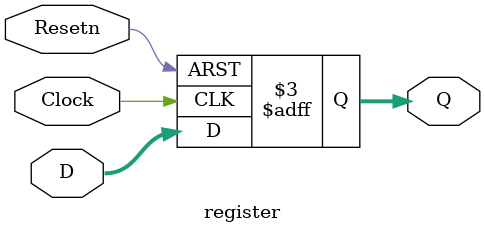
<source format=v>
module register(D,Clock,Resetn,Q);
	input [0:3]D;
	input Resetn,Clock;
	output reg [0:3]Q;
	always @(posedge Clock, negedge Resetn)
	if (Resetn == 0)
		Q<=4'b0110;
	else 
		Q<=D;
endmodule 
</source>
